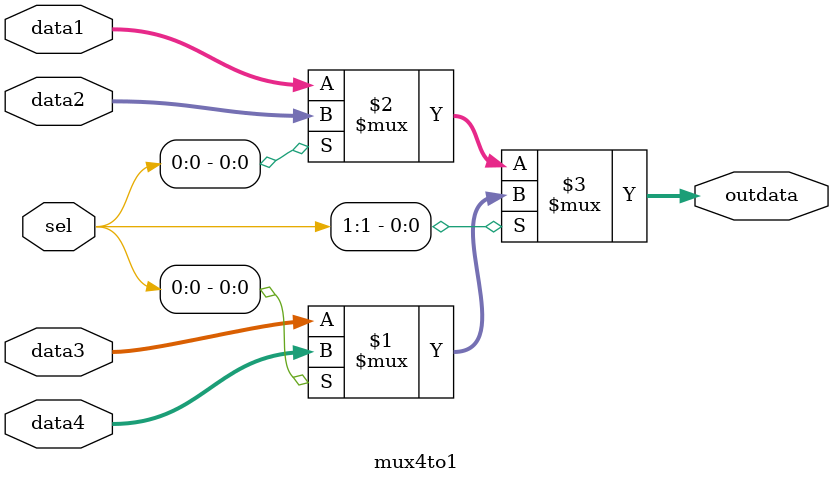
<source format=v>
module mux4to1 (input [1:0] sel, input [31:0] data1, data2, data3, data4, output [31:0] outdata);
    assign outdata = (sel[1])? (sel[0]?data4:data3): (sel[0]?data2:data1);
endmodule


</source>
